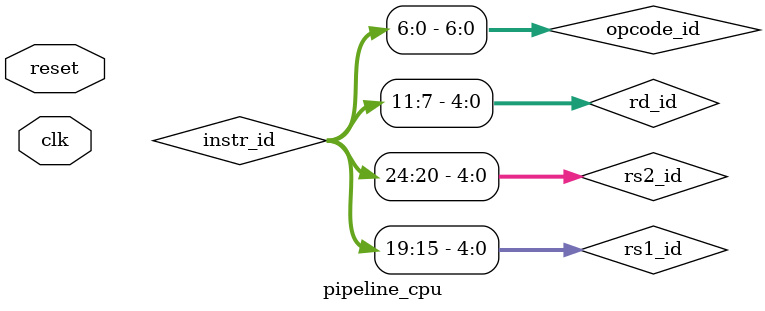
<source format=v>
module pipeline_cpu(
    input wire clk,
    input wire reset
);

    // IF阶段信号
    wire [31:0] pc_if, pc_plus4_if, pc_next_if;
    wire [31:0] instr_if;
    wire pc_write;
    
    // ID阶段信号  
    wire [31:0] pc_id, instr_id;
    wire [31:0] read_data1_id, read_data2_id, imm_id;
    wire [4:0] rs1_id, rs2_id, rd_id;
    wire [6:0] opcode_id, funct7_id;
    wire [2:0] funct3_id, imm_type_id;
    wire branch_id, mem_read_id, mem_to_reg_id, mem_write_id, alu_src_id, reg_write_id;
    wire [3:0] alu_op_id;
    
    // EX阶段信号
    wire [31:0] pc_ex, read_data1_ex, read_data2_ex, imm_ex;
    wire [4:0] rs1_ex, rs2_ex, rd_ex;
    wire [3:0] alu_op_ex;
    wire branch_ex, mem_read_ex, mem_to_reg_ex, mem_write_ex, alu_src_ex, reg_write_ex;
    wire [31:0] alu_input_a, alu_input_b, alu_result_ex, mem_data_ex;
    wire zero_ex, branch_taken;
    wire [31:0] pc_branch_ex;
    
    // WB阶段信号
    wire [31:0] alu_result_wb, mem_data_wb, write_data_wb;
    wire [4:0] rd_wb;
    wire reg_write_wb, mem_to_reg_wb;
    
    // 冒险检测和数据前递
    wire stall, flush;
    wire [1:0] forward_a, forward_b, forward_id_a, forward_id_b;
    wire if_id_write_en;
    
    assign if_id_write_en = ~stall;

    // ========== IF阶段 ==========
    assign pc_plus4_if = pc_if + 4;
    assign pc_next_if = branch_taken ? pc_branch_ex : pc_plus4_if;
    assign branch_taken = branch_ex && zero_ex;

    pc pc_module(
        .clk(clk),
        .rst(reset),
        .pc_write(pc_write),
        .next_pc(pc_next_if),
        .pc(pc_if)
    );

    imem imem_module(
        .addr(pc_if),
        .inst(instr_if)
    );

    // ========== IF/ID流水线寄存器 ==========
    if_id_reg if_id_register(
        .clk(clk),
        .reset(reset),
        .stall(stall),
        .flush(flush || branch_taken),
        .pc_if(pc_if),
        .instr_if(instr_if),
        .pc_id(pc_id),
        .instr_id(instr_id)
    );

    // ========== ID阶段 ==========
    // 指令字段解析
    assign opcode_id = instr_id[6:0];
    assign funct3_id = instr_id[14:12];
    assign funct7_id = instr_id[31:25];
    assign rs1_id = instr_id[19:15];
    assign rs2_id = instr_id[24:20];
    assign rd_id = instr_id[11:7];

    control control_module(
        .opcode(opcode_id),
        .funct3(funct3_id),
        .funct7(funct7_id),
        .branch(branch_id),
        .mem_read(mem_read_id),
        .mem_to_reg(mem_to_reg_id),
        .alu_op(alu_op_id),
        .mem_write(mem_write_id),
        .alu_src(alu_src_id),
        .reg_write(reg_write_id),
        .imm_type(imm_type_id)
    );

    decoder decoder_module(
        .inst(instr_id),
        .imm_type(imm_type_id),
        .rs1(rs1_id),
        .rs2(rs2_id),
        .rd(rd_id),
        .imm(imm_id)
    );

    regfile regfile_module(
        .clk(clk),
        .rst(reset),
        .rs1(rs1_id),
        .rs2(rs2_id),
        .rd(rd_wb),
        .we(reg_write_wb),
        .wdata(write_data_wb),
        .rdata1(read_data1_id),
        .rdata2(read_data2_id)
    );

    // ID阶段前递选择
    wire [31:0] read_data1_forwarded, read_data2_forwarded;
    assign read_data1_forwarded = (forward_id_a == 2'b01) ? alu_result_ex :
                                  (forward_id_a == 2'b10) ? write_data_wb :
                                  read_data1_id;
    assign read_data2_forwarded = (forward_id_b == 2'b01) ? alu_result_ex :
                                  (forward_id_b == 2'b10) ? write_data_wb :
                                  read_data2_id;

    // ========== ID/EX流水线寄存器 ==========
    id_ex_reg id_ex_register(
        .clk(clk),
        .reset(reset),
        .flush(branch_taken),
        .pc_id(pc_id),
        .read_data1_id(read_data1_forwarded),
        .read_data2_id(read_data2_forwarded),
        .imm_id(imm_id),
        .rs1_id(rs1_id),
        .rs2_id(rs2_id),
        .rd_id(rd_id),
        .branch_id(branch_id),
        .mem_read_id(mem_read_id),
        .mem_to_reg_id(mem_to_reg_id),
        .alu_op_id(alu_op_id),
        .mem_write_id(mem_write_id),
        .alu_src_id(alu_src_id),
        .reg_write_id(reg_write_id),
        .pc_ex(pc_ex),
        .read_data1_ex(read_data1_ex),
        .read_data2_ex(read_data2_ex),
        .imm_ex(imm_ex),
        .rs1_ex(rs1_ex),
        .rs2_ex(rs2_ex),
        .rd_ex(rd_ex),
        .branch_ex(branch_ex),
        .mem_read_ex(mem_read_ex),
        .mem_to_reg_ex(mem_to_reg_ex),
        .alu_op_ex(alu_op_ex),
        .mem_write_ex(mem_write_ex),
        .alu_src_ex(alu_src_ex),
        .reg_write_ex(reg_write_ex)
    );

    // ========== EX阶段 ==========
    // 数据前递
    forwarding_unit forward_unit(
        .rs1_ex(rs1_ex),
        .rs2_ex(rs2_ex),
        .rs1_id(rs1_id),
        .rs2_id(rs2_id),
        .rd_ex(rd_ex),
        .rd_wb(rd_wb),
        .reg_write_ex(reg_write_ex),
        .reg_write_wb(reg_write_wb),
        .forward_a(forward_a),
        .forward_b(forward_b),
        .forward_id_a(forward_id_a),
        .forward_id_b(forward_id_b)
    );

    // ALU输入选择
    assign alu_input_a = (forward_a == 2'b01) ? write_data_wb : read_data1_ex;
    assign alu_input_b = alu_src_ex ? imm_ex : 
                        (forward_b == 2'b01) ? write_data_wb : read_data2_ex;

    alu alu_module(
        .op(alu_op_ex),
        .a(alu_input_a),
        .b(alu_input_b),
        .result(alu_result_ex),
        .zero(zero_ex)
    );

    // 分支目标地址计算
    assign pc_branch_ex = pc_ex + imm_ex;

    // 数据存储器(在EX阶段完成)
    dmem dmem_module(
        .clk(clk),
        .addr(alu_result_ex),
        .wdata(forward_b == 2'b01 ? write_data_wb : read_data2_ex),
        .rdata(mem_data_ex),
        .mem_read(mem_read_ex),
        .mem_write(mem_write_ex)
    );

    // ========== EX/WB流水线寄存器 ==========
    ex_wb_reg ex_wb_register(
        .clk(clk),
        .reset(reset),
        .alu_result_ex(alu_result_ex),
        .mem_data_ex(mem_data_ex),
        .rd_ex(rd_ex),
        .reg_write_ex(reg_write_ex),
        .mem_to_reg_ex(mem_to_reg_ex),
        .alu_result_wb(alu_result_wb),
        .mem_data_wb(mem_data_wb),
        .rd_wb(rd_wb),
        .reg_write_wb(reg_write_wb),
        .mem_to_reg_wb(mem_to_reg_wb)
    );

    // ========== WB阶段 ==========
    assign write_data_wb = mem_to_reg_wb ? mem_data_wb : alu_result_wb;

    // ========== 冒险检测单元 ==========
    hazard_unit hazard_unit(
        .mem_read_ex(mem_read_ex),
        .rd_ex(rd_ex),
        .rs1_id(rs1_id),
        .rs2_id(rs2_id),
        .pc_write(pc_write),
        .if_id_write(if_id_write_en),
        .stall(stall),
        .flush(flush)
    );

endmodule

</source>
